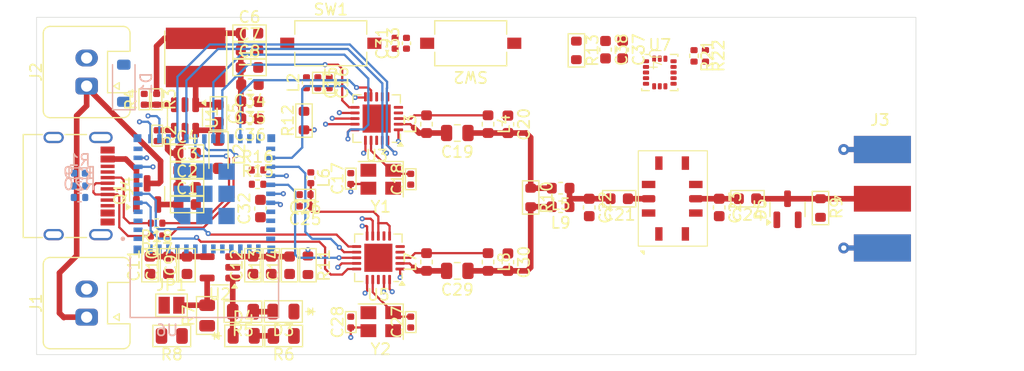
<source format=kicad_pcb>
(kicad_pcb (version 20240108) (generator "pcbnew") (generator_version "8.0")
  (layers (0 "F.Cu" signal) (1 "In1.Cu" signal) (2 "In2.Cu" signal) (31 "B.Cu" signal) (34 "B.Paste" user) (35 "F.Paste" user) (36 "B.SilkS" user "B.Silkscreen") (37 "F.SilkS" user "F.Silkscreen") (38 "B.Mask" user) (39 "F.Mask" user) (44 "Edge.Cuts" user))
  (net 0 "")
  (net 1 "GND")
  (net 2 "Net-(D1A-K)")
  (net 3 "Net-(U1-CB)")
  (net 4 "Net-(D2-K)")
  (net 5 "+3.3V")
  (net 6 "V_BATT")
  (net 7 "Net-(C15-Pad1)")
  (net 8 "Net-(U3-XOUT)")
  (net 9 "Net-(U3-XIN)")
  (net 10 "Net-(U3-RXp)")
  (net 11 "Net-(C19-Pad1)")
  (net 12 "Net-(C21-Pad2)")
  (net 13 "Net-(U4-IN)")
  (net 14 "Net-(U4-OUT)")
  (net 15 "Net-(J3-In)")
  (net 16 "Net-(C25-Pad1)")
  (net 17 "Net-(U5-XIN)")
  (net 18 "Net-(U5-XOUT)")
  (net 19 "Net-(C29-Pad1)")
  (net 20 "Net-(U5-RXp)")
  (net 21 "Net-(C31-Pad1)")
  (net 22 "Net-(U6-EN)")
  (net 23 "Net-(U6-IO9)")
  (net 24 "Net-(D3-A)")
  (net 25 "Net-(D4-K)")
  (net 26 "Net-(D4-A)")
  (net 27 "D+")
  (net 28 "Net-(J4-CC1)")
  (net 30 "Net-(J4-CC2)")
  (net 31 "D-")
  (net 33 "Net-(JP1-B)")
  (net 34 "Net-(JP1-A)")
  (net 35 "Net-(U3-RXn)")
  (net 36 "Net-(U5-RXn)")
  (net 37 "Net-(U1-~{SHDN})")
  (net 38 "Net-(U1-FB)")
  (net 39 "/MCU/mdm.SDN2")
  (net 40 "/MCU/mdm.SDN1")
  (net 41 "/MCU/mdm.MISO")
  (net 42 "Net-(U6-IO13)")
  (net 43 "Net-(U6-IO12)")
  (net 44 "Net-(U7-SA0{slash}SDO)")
  (net 45 "Net-(U7-~{CS})")
  (net 46 "/MCU/mdm.SCLK")
  (net 49 "/MCU/mdm.CTS1")
  (net 50 "/MCU/mdm.IRQ1")
  (net 51 "/MCU/mdm.MOSI")
  (net 52 "/MCU/mdm.RXDATA1")
  (net 53 "/MCU/mdm.GP1")
  (net 55 "/MCU/mdm.NSS1")
  (net 56 "/MCU/mdm.RXCLK1")
  (net 57 "/MCU/mdm.IRQ2")
  (net 59 "/MCU/mdm.NSS2")
  (net 60 "/MCU/mdm.RXCLK2")
  (net 61 "/MCU/mdm.CTS2")
  (net 64 "/MCU/mdm.GP2")
  (net 65 "/MCU/mdm.RXDATA2")
  (net 67 "V_USB")
  (net 69 "SCL")
  (net 72 "SDA")
  (footprint "Resistor_SMD:R_0402_1005Metric" (layer "F.Cu") (at 179.503 86.718 -90)
    (property "Reference" "R21")
    (property "Value" "5K1")
  )
  (footprint "CTS_Resistor_SMD:R_0805_2012Metric" (layer "F.Cu") (at 133.0475 111.633 180)
    (property "Reference" "R8")
    (property "Value" "2K")
  )
  (footprint "Package_TO_SOT_SMD:SOT-23" (layer "F.Cu") (at 130.855 99.0035 90)
    (property "Reference" "Q1")
    (property "Value" "IRLML6401")
  )
  (footprint "Resistor_SMD:R_0402_1005Metric" (layer "F.Cu") (at 140.68 96.87)
    (property "Reference" "R16")
    (property "Value" "5K1")
  )
  (footprint "Jumper:SolderJumper-2_P1.3mm_Open_Pad1.0x1.5mm" (layer "F.Cu") (at 133.024 108.9005)
    (property "Reference" "JP1")
    (property "Value" "SolderJumper_2_Open")
  )
  (footprint "CTS_Capacitor_SMD:C_0402_1005Metric" (layer "F.Cu") (at 131.744 93.817 -90)
    (property "Reference" "R2")
    (property "Value" "100K")
  )
  (footprint "CTS_Resistor_SMD:R_0805_2012Metric" (layer "F.Cu") (at 136.1945 109.813 90)
    (property "Reference" "R7")
    (property "Value" "2K")
  )
  (footprint "Package_DFN_QFN:QFN-20-1EP_4x4mm_P0.5mm_EP2.5x2.5mm" (layer "F.Cu") (at 151.423 104.679 180)
    (property "Reference" "U5")
    (property "Value" "Si4362")
  )
  (footprint "Capacitor_SMD:C_0603_1608Metric" (layer "F.Cu") (at 162.947 92.807 -90)
    (property "Reference" "C20")
    (property "Value" "10pF/0603")
  )
  (footprint "CTS_Capacitor_SMD:C_0603_1608Metric" (layer "F.Cu") (at 137.205 91.837 -90)
    (property "Reference" "C5")
    (property "Value" "104/10V")
  )
  (footprint "Connector_Stocko:Stocko_MKS_1652-6-0-202_1x2_P2.50mm_Vertical" (layer "F.Cu") (at 125.476 89.408 90)
    (property "Reference" "J2")
    (property "Value" "CN2")
  )
  (footprint "CTS_Capacitor_SMD:C_0603_1608Metric" (layer "F.Cu") (at 132.755 105.344 90)
    (property "Reference" "C10")
    (property "Value" "1uF/10V")
  )
  (footprint "CTS_Capacitor_SMD:C_0402_1005Metric" (layer "F.Cu") (at 154.302 110.398 90)
    (property "Reference" "C27")
    (property "Value" "10pF/0402")
  )
  (footprint "Inductor_SMD:L_0603_1608Metric" (layer "F.Cu") (at 167.64 98.489 180)
    (property "Reference" "L5")
    (property "Value" "62nH")
  )
  (footprint "CTS_Capacitor_SMD:C_0603_1608Metric" (layer "F.Cu") (at 134.411 96.893)
    (property "Reference" "C3")
    (property "Value" "1uF/10V")
  )
  (footprint "CTS_LED_SMD:LED_0805_2012Metric" (layer "F.Cu") (at 139.446 111.623)
    (property "Reference" "D4")
    (property "Value" "LED")
  )
  (footprint "CTS_Capacitor_SMD:C_0402_1005Metric" (layer "F.Cu") (at 148.968 97.6365 90)
    (property "Reference" "C17")
    (property "Value" "10pF/0402")
  )
  (footprint "Crystal:Crystal_SMD_SeikoEpson_TSX3225-4Pin_3.2x2.5mm" (layer "F.Cu") (at 151.638 97.691 180)
    (property "Reference" "Y1")
    (property "Value" "30MHz")
  )
  (footprint "Inductor_SMD:L_0603_1608Metric" (layer "F.Cu") (at 155.708 105.0545 90)
    (property "Reference" "L7")
    (property "Value" "270nH")
  )
  (footprint "Capacitor_SMD:C_0603_1608Metric" (layer "F.Cu") (at 171.629 86.168 -90)
    (property "Reference" "C38")
    (property "Value" "10uF/10V")
  )
  (footprint "CTS_Capacitor_SMD:C_0603_1608Metric" (layer "F.Cu") (at 141.895666 105.344 90)
    (property "Reference" "C13")
    (property "Value" "1uF/10V")
  )
  (footprint "CTS_Resistor_SMD:R_0603_1608Metric" (layer "F.Cu") (at 169.037 86.233 -90)
    (property "Reference" "R13")
    (property "Value" "100K")
  )
  (footprint "CTS_Capacitor_SMD:C_0603_1608Metric" (layer "F.Cu") (at 134.411 95.369)
    (property "Reference" "C4")
    (property "Value" "104/10V")
  )
  (footprint "Capacitor_SMD:C_0402_1005Metric" (layer "F.Cu") (at 145.415 97.564 -90)
    (property "Reference" "L6")
    (property "Value" "59uH 1A")
  )
  (footprint "Inductor_SMD:L_0603_1608Metric" (layer "F.Cu") (at 161.180666 105.0545 -90)
    (property "Reference" "L8")
    (property "Value" "160nH")
  )
  (footprint "Package_TO_SOT_SMD:SOT-23-6" (layer "F.Cu") (at 134.223 92.1995 -90)
    (property "Reference" "U1")
    (property "Value" "LMR14206")
  )
  (footprint "CTS_Capacitor_SMD:C_0603_1608Metric" (layer "F.Cu") (at 143.528332 105.344 90)
    (property "Reference" "C14")
    (property "Value" "10uF/6V")
  )
  (footprint "CTS_Resistor_SMD:R_0603_1608Metric" (layer "F.Cu") (at 164.973 99.314 -90)
    (property "Reference" "R10")
    (property "Value" "100")
  )
  (footprint "CTS_Resistor_SMD:R_0603_1608Metric" (layer "F.Cu") (at 190.7504 100.253 -90)
    (property "Reference" "R9")
    (property "Value" "100")
  )
  (footprint "Connector_USB:USB_C_Receptacle_G-Switch_GT-USB-7010ASV" (layer "F.Cu") (at 123.617 98.298 -90)
    (property "Reference" "J4")
    (property "Value" "USB_C_Receptacle_USB2.0_16P")
  )
  (footprint "CTS_Capacitor_SMD:C_0603_1608Metric" (layer "F.Cu") (at 134.411 99.941)
    (property "Reference" "C1")
    (property "Value" "1uF/10V")
  )
  (footprint "CTS_Capacitor_SMD:C_0603_1608Metric" (layer "F.Cu") (at 131.109 105.344 90)
    (property "Reference" "C11")
    (property "Value" "104/10V")
  )
  (footprint "Capacitor_SMD:C_0402_1005Metric" (layer "F.Cu") (at 145.03 89.11 90)
    (property "Reference" "L2")
    (property "Value" "59uH 1A")
  )
  (footprint "CTS_Capacitor_SMD:C_0603_1608Metric" (layer "F.Cu") (at 134.411 98.417)
    (property "Reference" "C2")
    (property "Value" "1uF/10V")
  )
  (footprint "Capacitor_SMD:C_0402_1005Metric" (layer "F.Cu") (at 153.924 85.598 90)
    (property "Reference" "C33")
    (property "Value" "104/10V")
  )
  (footprint "Capacitor_SMD:C_0603_1608Metric" (layer "F.Cu") (at 139.999 89.273 180)
    (property "Reference" "C34")
    (property "Value" "104/10V")
  )
  (footprint "Capacitor_SMD:C_0805_2012Metric" (layer "F.Cu") (at 158.444333 93.582 180)
    (property "Reference" "C19")
    (property "Value" "5.6pF")
  )
  (footprint "SI_RF_FILTER:TA0395A" (layer "F.Cu") (at 174.4952 95.1404 -90)
    (property "Reference" "U4")
    (property "Value" "TA0395A")
  )
  (footprint "Capacitor_SMD:C_0603_1608Metric" (layer "F.Cu") (at 173.153 86.168 -90)
    (property "Reference" "C37")
    (property "Value" "10uF/10V")
  )
  (footprint "Package_TO_SOT_SMD:SOT-23" (layer "F.Cu") (at 187.8179 100.3655 90)
    (property "Reference" "D5")
    (property "Value" "BAV99")
  )
  (footprint "CTS_Resistor_SMD:R_0603_1608Metric" (layer "F.Cu") (at 144.81 92.475 90)
    (property "Reference" "R12")
    (property "Value" "100K")
  )
  (footprint "Capacitor_SMD:C_0603_1608Metric" (layer "F.Cu") (at 140.934 100.299 90)
    (property "Reference" "C32")
    (property "Value" "1uF/10V")
  )
  (footprint "Capacitor_SMD:C_0603_1608Metric" (layer "F.Cu") (at 139.999 92.321 180)
    (property "Reference" "C36")
    (property "Value" "10uF/10V")
  )
  (footprint "Inductor_SMD:L_0603_1608Metric" (layer "F.Cu") (at 155.708 92.7945 90)
    (property "Reference" "L3")
    (property "Value" "270nH")
  )
  (footprint "Resistor_SMD:R_0402_1005Metric" (layer "F.Cu") (at 131.699 102.743 180)
    (property "Reference" "R17")
    (property "Value" "100")
  )
  (footprint "CTS_Resistor_SMD:R_0805_2012Metric" (layer "F.Cu") (at 139.382 109.474 180)
    (property "Reference" "R5")
    (property "Value" "10K")
  )
  (footprint "Resistor_SMD:R_0402_1005Metric" (layer "F.Cu") (at 131.699 101.6 180)
    (property "Reference" "R18")
    (property "Value" "100")
  )
  (footprint "Resistor_SMD:R_0402_1005Metric" (layer "F.Cu") (at 180.519 86.718 -90)
    (property "Reference" "R22")
    (property "Value" "5K1")
  )
  (footprint "CTS_Capacitor_SMD:C_0402_1005Metric" (layer "F.Cu") (at 131.699 90.582 -90)
    (property "Reference" "R3")
    (property "Value" "64K9")
  )
  (footprint "Diode_SMD:D_SOD-323_HandSoldering" (layer "F.Cu") (at 137.205 95.476 -90)
    (property "Reference" "D2")
    (property "Value" "1N5819WS")
  )
  (footprint "Package_DFN_QFN:QFN-20-1EP_4x4mm_P0.5mm_EP2.5x2.5mm" (layer "F.Cu") (at 151.273 92.2965 180)
    (property "Reference" "U3")
    (property "Value" "Si4362")
  )
  (footprint "CTS_Capacitor_SMD:C_0402_1005Metric" (layer "F.Cu") (at 146.04 89.11 -90)
    (property "Reference" "C15")
    (property "Value" "100nF")
  )
  (footprint "Inductor_SMD:L_0603_1608Metric" (layer "F.Cu") (at 167.64 100.139 180)
    (property "Reference" "L9")
    (property "Value" "62nH")
  )
  (footprint "CTS_Capacitor_SMD:C_0402_1005Metric" (layer "F.Cu") (at 144.907 100.076 180)
    (property "Reference" "C25")
    (property "Value" "100nF")
  )
  (footprint "CTS_Capacitor_SMD:C_0402_1005Metric" (layer "F.Cu") (at 147.056 89.11 -90)
    (property "Reference" "C16")
    (property "Value" "100nF")
  )
  (footprint "Capacitor_SMD:C_0402_1005Metric" (layer "F.Cu") (at 152.908 85.598 90)
    (property "Reference" "C31")
    (property "Value" "104/10V")
  )
  (footprint "CTS_Capacitor_SMD:C_0603_1608Metric" (layer "F.Cu") (at 140.263 105.344 90)
    (property "Reference" "C12")
    (property "Value" "104/10V")
  )
  (footprint "CTS_Inductor_SMD:Inductor_4.7x4.7mm_H3.0mm" (layer "F.Cu") (at 135.173 86.86 -90)
    (property "Reference" "L1")
    (property "Value" "6.8uH 2A")
  )
  (footprint "Inductor_SMD:L_0603_1608Metric" (layer "F.Cu") (at 161.180666 92.7945 -90)
    (property "Reference" "L4")
    (property "Value" "160nH")
  )
  (footprint "CTS_Resistor_SMD:R_0805_2012Metric" (layer "F.Cu") (at 143.002 111.633 180)
    (property "Reference" "R6")
    (property "Value" "10K")
  )
  (footprint "CTS_Resistor_SMD:R_0603_1608Metric" (layer "F.Cu") (at 145.161 105.344 -90)
    (property "Reference" "R11")
    (property "Value" "100K")
  )
  (footprint "Button_Switch_SMD:SW_Tactile_SPST_NO_Straight_CK_PTS636Sx25SMTRLFS" (layer "F.Cu") (at 147.193 85.598)
    (property "Reference" "SW1")
    (property "Value" "SW_Push")
  )
  (footprint "CTS_LED_SMD:LED_0805_2012Metric" (layer "F.Cu") (at 142.9785 109.464 180)
    (property "Reference" "D3")
    (property "Value" "LED")
  )
  (footprint "Capacitor_SMD:C_0603_1608Metric" (layer "F.Cu") (at 139.999 90.797 180)
    (property "Reference" "C35")
    (property "Value" "1uF/10V")
  )
  (footprint "Connector_Stocko:Stocko_MKS_1652-6-0-202_1x2_P2.50mm_Vertical" (layer "F.Cu") (at 125.476 109.962 90)
    (property "Reference" "J1")
    (property "Value" "CN1")
  )
  (footprint "CTS_Capacitor_SMD:C_0603_1608Metric" (layer "F.Cu") (at 139.964 84.701)
    (property "Reference" "C6")
    (property "Value" "1uF/10V")
  )
  (footprint "Capacitor_SMD:C_0603_1608Metric" (layer "F.Cu") (at 181.7404 100.203 -90)
    (property "Reference" "C23")
    (property "Value" "10pF/0603")
  )
  (footprint "Crystal:Crystal_SMD_SeikoEpson_TSX3225-4Pin_3.2x2.5mm" (layer "F.Cu") (at 151.638 110.363 180)
    (property "Reference" "Y2")
    (property "Value" "30MHz")
  )
  (footprint "Button_Switch_SMD:SW_Tactile_SPST_NO_Straight_CK_PTS636Sx25SMTRLFS" (layer "F.Cu") (at 159.639 85.598 180)
    (property "Reference" "SW2")
    (property "Value" "SW_Push")
  )
  (footprint "CTS_Capacitor_SMD:C_0402_1005Metric" (layer "F.Cu") (at 130.601 90.582 90)
    (property "Reference" "R4")
    (property "Value" "19K6")
  )
  (footprint "Connector_Coaxial:SMA_Molex_73251-1153_EdgeMount_Horizontal" (layer "F.Cu") (at 194.539 99.428 180)
    (property "Reference" "J3")
    (property "Value" "Conn_Coaxial")
  )
  (footprint "CTS_Capacitor_SMD:C_0402_1005Metric" (layer "F.Cu") (at 148.968 110.398 90)
    (property "Reference" "C28")
    (property "Value" "10pF/0402")
  )
  (footprint "CTS_Capacitor_SMD:C_0402_1005Metric" (layer "F.Cu") (at 144.907 99.06 180)
    (property "Reference" "C26")
    (property "Value" "100nF")
  )
  (footprint "Capacitor_SMD:C_0603_1608Metric" (layer "F.Cu") (at 170.18 100.203 -90)
    (property "Reference" "C22")
    (property "Value" "10pF/0603")
  )
  (footprint "Package_LGA:LGA-16_3x3mm_P0.5mm_LayoutBorder3x5y" (layer "F.Cu") (at 176.455 88.2)
    (property "Reference" "U7")
    (property "Value" "LIS331HH")
  )
  (footprint "CTS_Capacitor_SMD:C_0603_1608Metric" (layer "F.Cu") (at 184.2604 99.428 180)
    (property "Reference" "C24")
    (property "Value" "3.3pF/50V")
  )
  (footprint "CTS_Capacitor_SMD:C_0603_1608Metric" (layer "F.Cu") (at 134.401 105.344 90)
    (property "Reference" "C9")
    (property "Value" "10uF/6V")
  )
  (footprint "Capacitor_SMD:C_0603_1608Metric" (layer "F.Cu") (at 162.947 105.067 -90)
    (property "Reference" "C30")
    (property "Value" "10pF/0603")
  )
  (footprint "CTS_Capacitor_SMD:C_0603_1608Metric" (layer "F.Cu") (at 172.847 99.428 180)
    (property "Reference" "C21")
    (property "Value" "3.3pF/50V")
  )
  (footprint "Resistor_SMD:R_0402_1005Metric" (layer "F.Cu") (at 140.68 98.14)
    (property "Reference" "R15")
    (property "Value" "1K")
  )
  (footprint "Package_TO_SOT_SMD:SOT-23-5" (layer "F.Cu") (at 137.332 105.529 180)
    (property "Reference" "U2")
    (property "Value" "MCP73811T-420I-OT")
  )
  (footprint "CTS_Capacitor_SMD:C_0603_1608Metric" (layer "F.Cu") (at 139.964 87.749)
    (property "Reference" "C8")
    (property "Value" "104/10V")
  )
  (footprint "CTS_Capacitor_SMD:C_0402_1005Metric" (layer "F.Cu") (at 154.302 97.691 90)
    (property "Reference" "C18")
    (property "Value" "10pF/0402")
  )
  (footprint "CTS_Capacitor_SMD:C_0603_1608Metric" (layer "F.Cu") (at 139.964 86.225)
    (property "Reference" "C7")
    (property "Value" "1uF/10V")
  )
  (footprint "Capacitor_SMD:C_0805_2012Metric" (layer "F.Cu") (at 158.444333 105.842 180)
    (property "Reference" "C29")
    (property "Value" "5.6pF")
  )
  (footprint "Resistor_SMD:R_0402_1005Metric" (layer "B.Cu") (at 124.841 99.314 180)
    (property "Reference" "R20")
    (property "Value" "5K1")
  )
  (footprint "SL_ESP:XCVR_ESP32-C6-MINI-1-H4" (layer "B.Cu") (at 135.947 98.99)
    (property "Reference" "U6")
    (property "Value" "ESP32-C6-MINI-1-H4")
  )
  (footprint "CTS_Capacitor_SMD:C_0402_1005Metric" (layer "B.Cu") (at 124.841 97.155 180)
    (property "Reference" "R1")
    (property "Value" "200K")
  )
  (footprint "Diode_SMD:D_SOD-123" (layer "B.Cu") (at 128.778 89.153 90)
    (property "Reference" "D1")
    (property "Value" "10V 2A")
  )
  (footprint "Resistor_SMD:R_0402_1005Metric" (layer "B.Cu") (at 124.841 98.298 180)
    (property "Reference" "R19")
    (property "Value" "5K1")
  )
  (gr_rect (start 121.02 83.29) (end 199.242 113.29) (stroke (width 0.05)) (fill none) (layer "Edge.Cuts"))
  (segment (start 133 95.369) (end 133.636 95.369) (width 0.5) (layer "F.Cu") (net 2))
  (segment (start 133.636 94.837) (end 134.223 94.25) (width 0.5) (layer "F.Cu") (net 2))
  (segment (start 132.68 95.049) (end 133 95.369) (width 0.5) (layer "F.Cu") (net 2))
  (segment (start 134.223 94.25) (end 134.223 93.337) (width 0.5) (layer "F.Cu") (net 2))
  (segment (start 133.636 95.369) (end 133.636 94.837) (width 0.5) (layer "F.Cu") (net 2))
  (segment (start 131.805 99.941) (end 133.636 99.941) (width 0.5) (layer "F.Cu") (net 2))
  (segment (start 133.636 99.941) (end 133.636 95.369) (width 0.5) (layer "F.Cu") (net 2))
  (segment (start 132.68 94.55) (end 132.68 95.049) (width 0.5) (layer "F.Cu") (net 2))
  (segment (start 131.744 94.297) (end 132.427 94.297) (width 0.5) (layer "F.Cu") (net 2))
  (segment (start 132.427 94.297) (end 132.68 94.55) (width 0.5) (layer "F.Cu") (net 2))
  (segment (start 135.173 91.062) (end 135.173 88.56) (width 0.5) (layer "F.Cu") (net 3))
  (segment (start 137.205 91.062) (end 135.173 91.062) (width 0.5) (layer "F.Cu") (net 3))
  (segment (start 135.173 93.337) (end 137.197 93.337) (width 0.5) (layer "F.Cu") (net 4))
  (segment (start 137.197 93.337) (end 137.205 93.345) (width 0.5) (layer "F.Cu") (net 4))
  (segment (start 137.205 93.345) (end 137.205 94.226) (width 0.5) (layer "F.Cu") (net 4))
  (segment (start 137.205 92.612) (end 137.205 93.345) (width 0.5) (layer "F.Cu") (net 4))
  (segment (start 139.189 84.701) (end 135.632 84.701) (width 0.5) (layer "F.Cu") (net 5))
  (segment (start 131.699 90.102) (end 131.699 85.852) (width 0.5) (layer "F.Cu") (net 5))
  (segment (start 131.699 85.852) (end 132.391 85.16) (width 0.5) (layer "F.Cu") (net 5))
  (segment (start 132.391 85.16) (end 135.173 85.16) (width 0.5) (layer "F.Cu") (net 5))
  (segment (start 135.632 84.701) (end 135.173 85.16) (width 0.5) (layer "F.Cu") (net 5))
  (segment (start 139.189 92.286) (end 139.224 92.321) (width 0.5) (layer "F.Cu") (net 5))
  (segment (start 139.189 84.701) (end 139.189 92.286) (width 0.5) (layer "F.Cu") (net 5))
  (segment (start 123.478 109.962) (end 125.476 109.962) (width 0.5) (layer "F.Cu") (net 6))
  (segment (start 124.59 92.04) (end 124.59 104.49) (width 0.5) (layer "F.Cu") (net 6))
  (segment (start 123.45 109.99) (end 123.478 109.962) (width 0.5) (layer "F.Cu") (net 6))
  (segment (start 125.476 91.154) (end 124.59 92.04) (width 0.5) (layer "F.Cu") (net 6))
  (segment (start 125.476 89.408) (end 125.476 91.154) (width 0.5) (layer "F.Cu") (net 6))
  (segment (start 132.05 97.91) (end 132.05 96.075405) (width 0.5) (layer "F.Cu") (net 6))
  (segment (start 143.545 104.579) (end 143.555 104.569) (width 0.5) (layer "F.Cu") (net 6))
  (segment (start 131.894 98.066) (end 132.05 97.91) (width 0.5) (layer "F.Cu") (net 6))
  (segment (start 130.855 98.066) (end 131.894 98.066) (width 0.5) (layer "F.Cu") (net 6))
  (segment (start 138.4695 104.579) (end 143.545 104.579) (width 0.5) (layer "F.Cu") (net 6))
  (segment (start 132.05 96.075405) (end 125.476 89.501405) (width 0.5) (layer "F.Cu") (net 6))
  (segment (start 123.06 109.6) (end 123.45 109.99) (width 0.5) (layer "F.Cu") (net 6))
  (segment (start 125.476 89.501405) (end 125.476 89.408) (width 0.5) (layer "F.Cu") (net 6))
  (segment (start 123.06 106.02) (end 123.06 109.6) (width 0.5) (layer "F.Cu") (net 6))
  (segment (start 124.59 104.49) (end 123.06 106.02) (width 0.5) (layer "F.Cu") (net 6))
  (segment (start 148.968 98.803) (end 148.971 98.806) (width 0.2) (layer "F.Cu") (net 8))
  (segment (start 148.968 98.1165) (end 148.968 98.803) (width 0.2) (layer "F.Cu") (net 8))
  (segment (start 150.1635 98.1165) (end 150.538 98.491) (width 0.2) (layer "F.Cu") (net 8))
  (segment (start 150.273 94.234) (end 150.273 95.218) (width 0.2) (layer "F.Cu") (net 8))
  (segment (start 148.968 98.1165) (end 150.1635 98.1165) (width 0.2) (layer "F.Cu") (net 8))
  (segment (start 150.273 95.218) (end 150.114 95.377) (width 0.2) (layer "F.Cu") (net 8))
  (via (at 150.114 95.377) (size 0.45) (drill 0.2) (layers "F.Cu" "B.Cu") (net 8))
  (via (at 148.971 98.806) (size 0.45) (drill 0.2) (layers "F.Cu" "B.Cu") (net 8))
  (segment (start 154.302 97.211) (end 153.058 97.211) (width 0.2) (layer "F.Cu") (net 9))
  (segment (start 150.773 94.234) (end 150.773 95.147) (width 0.2) (layer "F.Cu") (net 9))
  (segment (start 153.058 97.211) (end 152.738 96.891) (width 0.2) (layer "F.Cu") (net 9))
  (segment (start 152.517 96.891) (end 152.738 96.891) (width 0.2) (layer "F.Cu") (net 9))
  (segment (start 150.773 95.147) (end 152.517 96.891) (width 0.2) (layer "F.Cu") (net 9))
  (segment (start 154.2645 92.7965) (end 154.559 93.091) (width 0.2) (layer "F.Cu") (net 10))
  (segment (start 155.708 93.582) (end 155.05 93.582) (width 0.5) (layer "F.Cu") (net 10))
  (segment (start 157.494333 93.582) (end 155.708 93.582) (width 0.5) (layer "F.Cu") (net 10))
  (segment (start 155.05 93.582) (end 154.559 93.091) (width 0.5) (layer "F.Cu") (net 10))
  (segment (start 153.2105 92.7965) (end 154.2645 92.7965) (width 0.2) (layer "F.Cu") (net 10))
  (segment (start 164.973 93.98) (end 164.575 93.582) (width 0.5) (layer "F.Cu") (net 11))
  (segment (start 164.575 93.582) (end 162.947 93.582) (width 0.5) (layer "F.Cu") (net 11))
  (segment (start 159.394333 93.582) (end 162.947 93.582) (width 0.5) (layer "F.Cu") (net 11))
  (segment (start 164.973 98.489) (end 164.973 93.98) (width 0.5) (layer "F.Cu") (net 11))
  (segment (start 164.973 98.489) (end 166.8525 98.489) (width 0.5) (layer "F.Cu") (net 11))
  (segment (start 168.4275 98.489) (end 168.4275 99.441) (width 0.5) (layer "F.Cu") (net 12))
  (segment (start 168.4405 99.428) (end 168.4275 99.441) (width 0.5) (layer "F.Cu") (net 12))
  (segment (start 170.18 99.428) (end 168.4405 99.428) (width 0.5) (layer "F.Cu") (net 12))
  (segment (start 172.072 99.428) (end 170.18 99.428) (width 0.5) (layer "F.Cu") (net 12))
  (segment (start 168.4275 99.441) (end 168.4275 100.139) (width 0.5) (layer "F.Cu") (net 12))
  (segment (start 175.4604 99.428) (end 173.622 99.428) (width 0.5) (layer "F.Cu") (net 13))
  (segment (start 183.4854 99.428) (end 179.6604 99.428) (width 0.5) (layer "F.Cu") (net 14))
  (segment (start 196.259 99.428) (end 185.0354 99.428) (width 0.5) (layer "F.Cu") (net 15))
  (segment (start 145.415 100.048) (end 145.387 100.076) (width 0.2) (layer "F.Cu") (net 16))
  (segment (start 151.423 101.6) (end 151.423 101.004) (width 0.2) (layer "F.Cu") (net 16))
  (segment (start 151.423 101.004) (end 151.003 100.584) (width 0.2) (layer "F.Cu") (net 16))
  (segment (start 145.415 98.044) (end 145.415 100.048) (width 0.2) (layer "F.Cu") (net 16))
  (segment (start 151.423 101.6) (end 151.423 102.7415) (width 0.2) (layer "F.Cu") (net 16))
  (segment (start 145.514 100.584) (end 145.387 100.457) (width 0.2) (layer "F.Cu") (net 16))
  (segment (start 152.423 101.854) (end 152.423 102.7415) (width 0.2) (layer "F.Cu") (net 16))
  (segment (start 152.169 101.6) (end 152.423 101.854) (width 0.2) (layer "F.Cu") (net 16))
  (segment (start 151.003 100.584) (end 145.514 100.584) (width 0.2) (layer "F.Cu") (net 16))
  (segment (start 151.423 101.6) (end 152.169 101.6) (width 0.2) (layer "F.Cu") (net 16))
  (segment (start 145.387 100.457) (end 145.387 100.076) (width 0.2) (layer "F.Cu") (net 16))
  (segment (start 150.923 107.743) (end 150.923 106.6165) (width 0.2) (layer "F.Cu") (net 17))
  (segment (start 152.738 109.558) (end 150.923 107.743) (width 0.2) (layer "F.Cu") (net 17))
  (segment (start 154.302 109.918) (end 153.093 109.918) (width 0.2) (layer "F.Cu") (net 17))
  (segment (start 153.093 109.918) (end 152.738 109.563) (width 0.2) (layer "F.Cu") (net 17))
  (segment (start 152.738 109.563) (end 152.738 109.558) (width 0.2) (layer "F.Cu") (net 17))
  (segment (start 148.971 111.633) (end 148.971 111.76) (width 0.2) (layer "F.Cu") (net 18))
  (segment (start 148.968 111.757) (end 148.971 111.76) (width 0.2) (layer "F.Cu") (net 18))
  (segment (start 150.423 107.641) (end 150.241 107.823) (width 0.2) (layer "F.Cu") (net 18))
  (segment (start 150.253 110.878) (end 150.538 111.163) (width 0.2) (layer "F.Cu") (net 18))
  (segment (start 148.968 110.878) (end 148.968 111.757) (width 0.2) (layer "F.Cu") (net 18))
  (segment (start 150.423 106.6165) (end 150.423 107.641) (width 0.2) (layer "F.Cu") (net 18))
  (segment (start 148.968 110.878) (end 150.253 110.878) (width 0.2) (layer "F.Cu") (net 18))
  (via (at 150.241 107.823) (size 0.45) (drill 0.2) (layers "F.Cu" "B.Cu") (net 18))
  (via (at 148.971 111.76) (size 0.45) (drill 0.2) (layers "F.Cu" "B.Cu") (net 18))
  (segment (start 164.973 100.139) (end 164.973 105.537) (width 0.5) (layer "F.Cu") (net 19))
  (segment (start 164.973 105.537) (end 164.668 105.842) (width 0.5) (layer "F.Cu") (net 19))
  (segment (start 164.668 105.842) (end 162.947 105.842) (width 0.5) (layer "F.Cu") (net 19))
  (segment (start 164.973 100.139) (end 166.8525 100.139) (width 0.5) (layer "F.Cu") (net 19))
  (segment (start 162.947 105.842) (end 159.394333 105.842) (width 0.5) (layer "F.Cu") (net 19))
  (segment (start 154.864 105.842) (end 154.559 105.537) (width 0.5) (layer "F.Cu") (net 20))
  (segment (start 153.3605 105.179) (end 154.201 105.179) (width 0.2) (layer "F.Cu") (net 20))
  (segment (start 154.201 105.179) (end 154.559 105.537) (width 0.2) (layer "F.Cu") (net 20))
  (segment (start 157.494333 105.842) (end 155.708 105.842) (width 0.5) (layer "F.Cu") (net 20))
  (segment (start 155.708 105.842) (end 154.864 105.842) (width 0.5) (layer "F.Cu") (net 20))
  (segment (start 142.031 109.474) (end 142.041 109.464) (width 0.5) (layer "F.Cu") (net 24))
  (segment (start 140.2945 109.474) (end 142.031 109.474) (width 0.5) (layer "F.Cu") (net 24))
  (segment (start 138.4695 111.584) (end 138.5085 111.623) (width 0.5) (layer "F.Cu") (net 25))
  (segment (start 138.4695 106.479) (end 138.4695 111.584) (width 0.5) (layer "F.Cu") (net 25))
  (segment (start 142.0795 111.623) (end 142.0895 111.633) (width 0.5) (layer "F.Cu") (net 26))
  (segment (start 140.3835 111.623) (end 142.0795 111.623) (width 0.5) (layer "F.Cu") (net 26))
  (segment (start 128.38 101.97) (end 128.38 99.216) (width 0.2) (layer "F.Cu") (net 27))
  (segment (start 128.212 99.048) (end 127.342 99.048) (width 0.2) (layer "F.Cu") (net 27))
  (segment (start 126.08 98.27) (end 126.08 98.87) (width 0.2) (layer "F.Cu") (net 27))
  (segment (start 129.153 102.743) (end 128.38 101.97) (width 0.2) (layer "F.Cu") (net 27))
  (segment (start 126.302 98.048) (end 126.08 98.27) (width 0.2) (layer "F.Cu") (net 27))
  (segment (start 128.38 99.216) (end 128.212 99.048) (width 0.2) (layer "F.Cu") (net 27))
  (segment (start 126.08 98.87) (end 126.258 99.048) (width 0.2) (layer "F.Cu") (net 27))
  (segment (start 131.189 102.743) (end 129.153 102.743) (width 0.2) (layer "F.Cu") (net 27))
  (segment (start 127.342 98.048) (end 126.302 98.048) (width 0.2) (layer "F.Cu") (net 27))
  (segment (start 126.258 99.048) (end 127.342 99.048) (width 0.2) (layer "F.Cu") (net 27))
  (segment (start 128.78 97.78) (end 128.78 99.03) (width 0.2) (layer "F.Cu") (net 31))
  (segment (start 128.78 101.094) (end 128.78 99.03) (width 0.2) (layer "F.Cu") (net 31))
  (segment (start 127.342 97.548) (end 128.548 97.548) (width 0.2) (layer "F.Cu") (net 31))
  (segment (start 128.78 98.548) (end 128.78 99.03) (width 0.2) (layer "F.Cu") (net 31))
  (segment (start 127.342 98.548) (end 128.78 98.548) (width 0.2) (layer "F.Cu") (net 31))
  (segment (start 128.548 97.548) (end 128.78 97.78) (width 0.2) (layer "F.Cu") (net 31))
  (segment (start 131.189 101.6) (end 129.286 101.6) (width 0.2) (layer "F.Cu") (net 31))
  (segment (start 129.286 101.6) (end 128.78 101.094) (width 0.2) (layer "F.Cu") (net 31))
  (segment (start 133.674 108.9005) (end 136.1945 108.9005) (width 0.5) (layer "F.Cu") (net 33))
  (segment (start 136.1945 106.479) (end 136.1945 108.9005) (width 0.5) (layer "F.Cu") (net 33))
  (segment (start 154.627 92.007) (end 161.180666 92.007) (width 0.2) (layer "F.Cu") (net 35))
  (segment (start 153.2105 92.2965) (end 154.3375 92.2965) (width 0.2) (layer "F.Cu") (net 35))
  (segment (start 154.3375 92.2965) (end 154.627 92.007) (width 0.2) (layer "F.Cu") (net 35))
  (segment (start 153.3605 104.679) (end 154.274 104.679) (width 0.2) (layer "F.Cu") (net 36))
  (segment (start 154.686 104.267) (end 161.180666 104.267) (width 0.2) (layer "F.Cu") (net 36))
  (segment (start 154.274 104.679) (end 154.686 104.267) (width 0.2) (layer "F.Cu") (net 36))
  (segment (start 133.273 93.337) (end 131.744 93.337) (width 0.5) (layer "F.Cu") (net 37))
  (segment (start 130.601 91.062) (end 133.273 91.062) (width 0.5) (layer "F.Cu") (net 38))
  (segment (start 153.3605 106.426) (end 153.3605 105.679) (width 0.2) (layer "F.Cu") (net 39))
  (segment (start 145.161 103.964039) (end 145.161 104.519) (width 0.2) (layer "F.Cu") (net 39))
  (via (at 153.3605 106.426) (size 0.45) (drill 0.2) (layers "F.Cu" "B.Cu") (net 39))
  (via (at 145.161 103.964039) (size 0.45) (drill 0.2) (layers "F.Cu" "B.Cu") (net 39))
  (via (at 142.712 99.949) (size 0.45) (drill 0.2) (layers "F.Cu" "B.Cu") (net 39))
  (segment (start 142.553 99.79) (end 141.847 99.79) (width 0.2) (layer "B.Cu") (net 39))
  (segment (start 142.712 99.949) (end 142.553 99.79) (width 0.2) (layer "B.Cu") (net 39))
  (segment (start 153.2105 93.2965) (end 153.2105 94.3125) (width 0.2) (layer "F.Cu") (net 40))
  (segment (start 144.81 93.3) (end 145.72 93.3) (width 0.2) (layer "F.Cu") (net 40))
  (segment (start 153.162 94.361) (end 153.2105 94.3125) (width 0.2) (layer "F.Cu") (net 40))
  (via (at 153.2105 94.3125) (size 0.45) (drill 0.2) (layers "F.Cu" "B.Cu") (net 40))
  (via (at 145.72 93.3) (size 0.45) (drill 0.2) (layers "F.Cu" "B.Cu") (net 40))
  (via (at 142.97 98.98) (size 0.45) (drill 0.2) (layers "F.Cu" "B.Cu") (net 40))
  (segment (start 142.96 98.99) (end 142.97 98.98) (width 0.2) (layer "B.Cu") (net 40))
  (segment (start 141.847 98.99) (end 142.96 98.99) (width 0.2) (layer "B.Cu") (net 40))
  (segment (start 147.32 92.2715) (end 147.345 92.2965) (width 0.2) (layer "F.Cu") (net 41))
  (segment (start 149.4855 104.679) (end 147.924 104.679) (width 0.2) (layer "F.Cu") (net 41))
  (segment (start 147.345 92.2965) (end 149.3355 92.2965) (width 0.2) (layer "F.Cu") (net 41))
  (via (at 147.924 104.679) (size 0.45) (drill 0.2) (layers "F.Cu" "B.Cu") (net 41))
  (via (at 147.32 92.2715) (size 0.45) (drill 0.2) (layers "F.Cu" "B.Cu") (net 41))
  (segment (start 143.402 98.19) (end 144.018 98.806) (width 0.2) (layer "B.Cu") (net 41))
  (segment (start 144.018 98.806) (end 144.018 104.394) (width 0.2) (layer "B.Cu") (net 41))
  (segment (start 144.303 104.679) (end 147.924 104.679) (width 0.2) (layer "B.Cu") (net 41))
  (segment (start 141.847 98.19) (end 143.402 98.19) (width 0.2) (layer "B.Cu") (net 41))
  (segment (start 144.018 104.394) (end 144.303 104.679) (width 0.2) (layer "B.Cu") (net 41))
  (segment (start 132.887 102.743) (end 132.209 102.743) (width 0.2) (layer "F.Cu") (net 42))
  (segment (start 138.54 95.805) (end 138.54 99.325686) (width 0.2) (layer "F.Cu") (net 42))
  (segment (start 138.54 99.325686) (end 135.865686 102) (width 0.2) (layer "F.Cu") (net 42))
  (segment (start 135.865686 102) (end 133.63 102) (width 0.2) (layer "F.Cu") (net 42))
  (segment (start 138.76 95.585) (end 138.54 95.805) (width 0.2) (layer "F.Cu") (net 42))
  (segment (start 133.63 102) (end 132.887 102.743) (width 0.2) (layer "F.Cu") (net 42))
  (via (at 138.76 95.585) (size 0.45) (drill 0.2) (layers "F.Cu" "B.Cu") (net 42))
  (segment (start 138.76 95.585) (end 138.275 95.1) (width 0.2) (layer "B.Cu") (net 42))
  (segment (start 138.275 95.1) (end 136.21 95.1) (width 0.2) (layer "B.Cu") (net 42))
  (segment (start 136.21 95.1) (end 135.947 94.837) (width 0.2) (layer "B.Cu") (net 42))
  (segment (start 135.947 94.837) (end 135.947 94.09) (width 0.2) (layer "B.Cu") (net 42))
  (segment (start 137.89 95.63) (end 138.14 95.88) (width 0.2) (layer "F.Cu") (net 43))
  (segment (start 135.7 101.6) (end 132.209 101.6) (width 0.2) (layer "F.Cu") (net 43))
  (segment (start 138.14 99.16) (end 135.7 101.6) (width 0.2) (layer "F.Cu") (net 43))
  (segment (start 138.14 95.88) (end 138.14 99.16) (width 0.2) (layer "F.Cu") (net 43))
  (via (at 137.89 95.63) (size 0.45) (drill 0.2) (layers "F.Cu" "B.Cu") (net 43))
  (segment (start 135.147 95.287) (end 135.147 94.09) (width 0.2) (layer "B.Cu") (net 43))
  (segment (start 135.49 95.63) (end 135.147 95.287) (width 0.2) (layer "B.Cu") (net 43))
  (segment (start 137.89 95.63) (end 135.49 95.63) (width 0.2) (layer "B.Cu") (net 43))
  (segment (start 148.375 104.179) (end 147.955 103.759) (width 0.2) (layer "F.Cu") (net 46))
  (segment (start 147.955 91.7715) (end 147.98 91.7965) (width 0.2) (layer "F.Cu") (net 46))
  (segment (start 147.98 91.7965) (end 149.3355 91.7965) (width 0.2) (layer "F.Cu") (net 46))
  (segment (start 149.4855 104.179) (end 148.375 104.179) (width 0.2) (layer "F.Cu") (net 46))
  (via (at 147.955 91.7715) (size 0.45) (drill 0.2) (layers "F.Cu" "B.Cu") (net 46))
  (via (at 147.955 103.759) (size 0.45) (drill 0.2) (layers "F.Cu" "B.Cu") (net 46))
  (segment (start 144.926 97.174) (end 144.926 102.381) (width 0.2) (layer "B.Cu") (net 46))
  (segment (start 147.193 102.997) (end 147.955 103.759) (width 0.2) (layer "B.Cu") (net 46))
  (segment (start 144.342 96.59) (end 144.926 97.174) (width 0.2) (layer "B.Cu") (net 46))
  (segment (start 145.542 102.997) (end 147.193 102.997) (width 0.2) (layer "B.Cu") (net 46))
  (segment (start 144.926 102.381) (end 145.542 102.997) (width 0.2) (layer "B.Cu") (net 46))
  (segment (start 141.847 96.59) (end 144.342 96.59) (width 0.2) (layer "B.Cu") (net 46))
  (segment (start 149.352 90.424) (end 150.208 90.424) (width 0.2) (layer "F.Cu") (net 49))
  (segment (start 150.208 90.424) (end 150.273 90.359) (width 0.2) (layer "F.Cu") (net 49))
  (via (at 149.352 90.424) (size 0.45) (drill 0.2) (layers "F.Cu" "B.Cu") (net 49))
  (segment (start 144.653 89.662) (end 144.653 94.869) (width 0.2) (layer "B.Cu") (net 49))
  (segment (start 149.352 90.424) (end 148.336 89.408) (width 0.2) (layer "B.Cu") (net 49))
  (segment (start 148.336 89.408) (end 144.907 89.408) (width 0.2) (layer "B.Cu") (net 49))
  (segment (start 144.653 94.869) (end 143.732 95.79) (width 0.2) (layer "B.Cu") (net 49))
  (segment (start 143.732 95.79) (end 141.847 95.79) (width 0.2) (layer "B.Cu") (net 49))
  (segment (start 144.907 89.408) (end 144.653 89.662) (width 0.2) (layer "B.Cu") (net 49))
  (segment (start 148.209 87.884) (end 147.828 87.503) (width 0.2) (layer "F.Cu") (net 50))
  (segment (start 148.209 90.678) (end 148.209 87.884) (width 0.2) (layer "F.Cu") (net 50))
  (segment (start 147.828 87.503) (end 146.685 87.503) (width 0.2) (layer "F.Cu") (net 50))
  (segment (start 148.8275 91.2965) (end 148.209 90.678) (width 0.2) (layer "F.Cu") (net 50))
  (segment (start 149.3355 91.2965) (end 148.8275 91.2965) (width 0.2) (layer "F.Cu") (net 50))
  (via (at 146.685 87.503) (size 0.45) (drill 0.2) (layers "F.Cu" "B.Cu") (net 50))
  (segment (start 138.792 88.538) (end 139.192 88.538) (width 0.2) (layer "B.Cu") (net 50))
  (segment (start 138.6205 88.7095) (end 138.792 88.538) (width 0.2) (layer "B.Cu") (net 50))
  (segment (start 139.827 87.503) (end 139.446 87.884) (width 0.2) (layer "B.Cu") (net 50))
  (segment (start 138.6205 88.7095) (end 139.446 87.884) (width 0.2) (layer "B.Cu") (net 50))
  (segment (start 137.547 94.09) (end 137.547 89.783) (width 0.2) (layer "B.Cu") (net 50))
  (segment (start 146.685 87.503) (end 139.827 87.503) (width 0.2) (layer "B.Cu") (net 50))
  (segment (start 137.547 89.783) (end 137.922 89.408) (width 0.2) (layer "B.Cu") (net 50))
  (segment (start 137.922 89.408) (end 138.6205 88.7095) (width 0.2) (layer "B.Cu") (net 50))
  (segment (start 147.817467 105.529058) (end 148.167525 105.179) (width 0.2) (layer "F.Cu") (net 51))
  (segment (start 146.7255 92.7965) (end 149.3355 92.7965) (width 0.2) (layer "F.Cu") (net 51))
  (segment (start 148.167525 105.179) (end 149.4855 105.179) (width 0.2) (layer "F.Cu") (net 51))
  (via (at 146.7255 92.7965) (size 0.45) (drill 0.2) (layers "F.Cu" "B.Cu") (net 51))
  (via (at 147.817467 105.529058) (size 0.45) (drill 0.2) (layers "F.Cu" "B.Cu") (net 51))
  (via (at 143.237 97.39) (size 0.45) (drill 0.2) (layers "F.Cu" "B.Cu") (net 51))
  (segment (start 143.256 97.409) (end 143.237 97.39) (width 0.2) (layer "B.Cu") (net 51))
  (segment (start 141.847 97.39) (end 143.237 97.39) (width 0.2) (layer "B.Cu") (net 51))
  (segment (start 152.273 94.742) (end 152.908 95.377) (width 0.2) (layer "F.Cu") (net 52))
  (segment (start 152.273 94.234) (end 152.273 94.742) (width 0.2) (layer "F.Cu") (net 52))
  (via (at 152.908 95.377) (size 0.45) (drill 0.2) (layers "F.Cu" "B.Cu") (net 52))
  (segment (start 152.2 89.59) (end 152.2 89.024314) (width 0.2) (layer "B.Cu") (net 52))
  (segment (start 152.908 95.377) (end 152.18 94.649) (width 0.2) (layer "B.Cu") (net 52))
  (segment (start 136.417 85.706) (end 133.547 88.576) (width 0.2) (layer "B.Cu") (net 52))
  (segment (start 152.18 89.61) (end 152.2 89.59) (width 0.2) (layer "B.Cu") (net 52))
  (segment (start 133.547 88.576) (end 133.547 94.09) (width 0.2) (layer "B.Cu") (net 52))
  (segment (start 152.18 94.649) (end 152.18 89.61) (width 0.2) (layer "B.Cu") (net 52))
  (segment (start 152.2 89.024314) (end 148.881686 85.706) (width 0.2) (layer "B.Cu") (net 52))
  (segment (start 148.881686 85.706) (end 136.417 85.706) (width 0.2) (layer "B.Cu") (net 52))
  (segment (start 149.479 89.535) (end 150.519 89.535) (width 0.2) (layer "F.Cu") (net 53))
  (segment (start 150.519 89.535) (end 150.773 89.789) (width 0.2) (layer "F.Cu") (net 53))
  (segment (start 150.773 89.789) (end 150.773 90.359) (width 0.2) (layer "F.Cu") (net 53))
  (via (at 149.479 89.535) (size 0.45) (drill 0.2) (layers "F.Cu" "B.Cu") (net 53))
  (segment (start 139.147 90.088) (end 139.147 94.09) (width 0.2) (layer "B.Cu") (net 53))
  (segment (start 148.827 88.883) (end 140.352 88.883) (width 0.2) (layer "B.Cu") (net 53))
  (segment (start 149.479 89.535) (end 148.827 88.883) (width 0.2) (layer "B.Cu") (net 53))
  (segment (start 140.352 88.883) (end 139.147 90.088) (width 0.2) (layer "B.Cu") (net 53))
  (segment (start 148.717 93.472) (end 148.8925 93.2965) (width 0.2) (layer "F.Cu") (net 55))
  (segment (start 148.717 94.107) (end 148.717 93.472) (width 0.2) (layer "F.Cu") (net 55))
  (segment (start 148.8925 93.2965) (end 149.3355 93.2965) (width 0.2) (layer "F.Cu") (net 55))
  (via (at 148.717 94.107) (size 0.45) (drill 0.2) (layers "F.Cu" "B.Cu") (net 55))
  (segment (start 136.747 89.059) (end 139.192 86.614) (width 0.2) (layer "B.Cu") (net 55))
  (segment (start 148.404 86.614) (end 150.53 88.74) (width 0.2) (layer "B.Cu") (net 55))
  (segment (start 150.12 93.26) (end 148.97 93.26) (width 0.2) (layer "B.Cu") (net 55))
  (segment (start 148.97 93.26) (end 148.717 93.513) (width 0.2) (layer "B.Cu") (net 55))
  (segment (start 148.717 93.513) (end 148.717 94.107) (width 0.2) (layer "B.Cu") (net 55))
  (segment (start 150.53 88.74) (end 150.53 92.85) (width 0.2) (layer "B.Cu") (net 55))
  (segment (start 136.747 94.09) (end 136.747 89.059) (width 0.2) (layer "B.Cu") (net 55))
  (segment (start 139.192 86.614) (end 148.404 86.614) (width 0.2) (layer "B.Cu") (net 55))
  (segment (start 150.53 92.85) (end 150.12 93.26) (width 0.2) (layer "B.Cu") (net 55))
  (segment (start 151.773 94.234) (end 151.773 95.004) (width 0.2) (layer "F.Cu") (net 56))
  (segment (start 151.773 95.004) (end 152.146 95.377) (width 0.2) (layer "F.Cu") (net 56))
  (via (at 152.146 95.377) (size 0.45) (drill 0.2) (layers "F.Cu" "B.Cu") (net 56))
  (segment (start 137.16 86.106) (end 148.716 86.106) (width 0.2) (layer "B.Cu") (net 56))
  (segment (start 134.347 94.09) (end 134.347 88.919) (width 0.2) (layer "B.Cu") (net 56))
  (segment (start 151.78 89.17) (end 151.78 95.011) (width 0.2) (layer "B.Cu") (net 56))
  (segment (start 148.716 86.106) (end 151.78 89.17) (width 0.2) (layer "B.Cu") (net 56))
  (segment (start 151.78 95.011) (end 152.146 95.377) (width 0.2) (layer "B.Cu") (net 56))
  (segment (start 134.347 88.919) (end 137.16 86.106) (width 0.2) (layer "B.Cu") (net 56))
  (segment (start 136.381 102.616) (end 147.701 102.616) (width 0.2) (layer "F.Cu") (net 57))
  (segment (start 147.701 102.616) (end 148.2725 103.1875) (width 0.2) (layer "F.Cu") (net 57))
  (segment (start 149.4855 103.679) (end 148.764 103.679) (width 0.2) (layer "F.Cu") (net 57))
  (segment (start 136.2875 102.5225) (end 136.381 102.616) (width 0.2) (layer "F.Cu") (net 57))
  (segment (start 148.764 103.679) (end 148.2725 103.1875) (width 0.2) (layer "F.Cu") (net 57))
  (segment (start 148.2725 103.1875) (end 148.082 102.997) (width 0.2) (layer "F.Cu") (net 57))
  (via (at 136.2875 102.5225) (size 0.45) (drill 0.2) (layers "F.Cu" "B.Cu") (net 57))
  (segment (start 131.63 101.89) (end 131.63 99.57) (width 0.2) (layer "B.Cu") (net 57))
  (segment (start 131.05 98.99) (end 130.047 98.99) (width 0.2) (layer "B.Cu") (net 57))
  (segment (start 136.2875 102.5225) (end 135.895 102.13) (width 0.2) (layer "B.Cu") (net 57))
  (segment (start 131.87 102.13) (end 131.63 101.89) (width 0.2) (layer "B.Cu") (net 57))
  (segment (start 135.895 102.13) (end 131.87 102.13) (width 0.2) (layer "B.Cu") (net 57))
  (segment (start 131.63 99.57) (end 131.05 98.99) (width 0.2) (layer "B.Cu") (net 57))
  (segment (start 146.177 103.251) (end 135.636 103.251) (width 0.2) (layer "F.Cu") (net 59))
  (segment (start 135.636 103.251) (end 135.255 102.87) (width 0.2) (layer "F.Cu") (net 59))
  (segment (start 149.4855 105.679) (end 148.702 105.679) (width 0.2) (layer "F.Cu") (net 59))
  (segment (start 146.685 103.759) (end 146.177 103.251) (width 0.2) (layer "F.Cu") (net 59))
  (segment (start 146.685 105.664) (end 146.685 103.759) (width 0.2) (layer "F.Cu") (net 59))
  (segment (start 148.209 106.172) (end 147.193 106.172) (width 0.2) (layer "F.Cu") (net 59))
  (segment (start 147.193 106.172) (end 146.685 105.664) (width 0.2) (layer "F.Cu") (net 59))
  (segment (start 148.702 105.679) (end 148.209 106.172) (width 0.2) (layer "F.Cu") (net 59))
  (via (at 135.255 102.87) (size 0.45) (drill 0.2) (layers "F.Cu" "B.Cu") (net 59))
  (segment (start 131.17 102.26) (end 131.88 102.97) (width 0.2) (layer "B.Cu") (net 59))
  (segment (start 130.78 99.79) (end 131.17 100.18) (width 0.2) (layer "B.Cu") (net 59))
  (segment (start 135.155 102.97) (end 135.255 102.87) (width 0.2) (layer "B.Cu") (net 59))
  (segment (start 130.047 99.79) (end 130.78 99.79) (width 0.2) (layer "B.Cu") (net 59))
  (segment (start 131.17 100.18) (end 131.17 102.26) (width 0.2) (layer "B.Cu") (net 59))
  (segment (start 131.88 102.97) (end 135.155 102.97) (width 0.2) (layer "B.Cu") (net 59))
  (segment (start 151.923 106.6165) (end 151.923 107.665) (width 0.2) (layer "F.Cu") (net 60))
  (segment (start 151.923 107.665) (end 151.892 107.696) (width 0.2) (layer "F.Cu") (net 60))
  (via (at 130.81 95.79) (size 0.45) (drill 0.2) (layers "F.Cu" "B.Cu") (net 60))
  (via (at 151.892 107.696) (size 0.45) (drill 0.2) (layers "F.Cu" "B.Cu") (net 60))
  (segment (start 130.81 95.79) (end 130.047 95.79) (width 0.2) (layer "B.Cu") (net 60))
  (segment (start 149.987 101.854) (end 150.368 101.854) (width 0.2) (layer "F.Cu") (net 61))
  (segment (start 150.423 101.909) (end 150.423 102.7415) (width 0.2) (layer "F.Cu") (net 61))
  (segment (start 150.368 101.854) (end 150.423 101.909) (width 0.2) (layer "F.Cu") (net 61))
  (via (at 130.175 92.583) (size 0.45) (drill 0.2) (layers "F.Cu" "B.Cu") (net 61))
  (via (at 149.987 101.854) (size 0.45) (drill 0.2) (layers "F.Cu" "B.Cu") (net 61))
  (segment (start 131.147 94.09) (end 131.147 92.793) (width 0.2) (layer "B.Cu") (net 61))
  (segment (start 131.147 92.793) (end 130.937 92.583) (width 0.2) (layer "B.Cu") (net 61))
  (segment (start 130.937 92.583) (end 130.175 92.583) (width 0.2) (layer "B.Cu") (net 61))
  (segment (start 149.987 101.203997) (end 150.733997 101.203997) (width 0.2) (layer "F.Cu") (net 64))
  (segment (start 150.923 101.393) (end 150.923 102.7415) (width 0.2) (layer "F.Cu") (net 64))
  (segment (start 150.733997 101.203997) (end 150.923 101.393) (width 0.2) (layer "F.Cu") (net 64))
  (via (at 149.987 101.203997) (size 0.45) (drill 0.2) (layers "F.Cu" "B.Cu") (net 64))
  (via (at 130.937 92.058) (size 0.45) (drill 0.2) (layers "F.Cu" "B.Cu") (net 64))
  (segment (start 131.947 92.335) (end 131.953 92.329) (width 0.2) (layer "B.Cu") (net 64))
  (segment (start 131.953 92.329) (end 131.699 92.075) (width 0.2) (layer "B.Cu") (net 64))
  (segment (start 131.947 94.09) (end 131.947 92.335) (width 0.2) (layer "B.Cu") (net 64))
  (segment (start 131.699 92.075) (end 130.937 92.075) (width 0.2) (layer "B.Cu") (net 64))
  (segment (start 130.937 92.075) (end 130.937 92.058) (width 0.2) (layer "B.Cu") (net 64))
  (segment (start 152.423 107.465) (end 152.654 107.696) (width 0.2) (layer "F.Cu") (net 65))
  (segment (start 152.423 106.6165) (end 152.423 107.465) (width 0.2) (layer "F.Cu") (net 65))
  (via (at 131.375 96.59) (size 0.45) (drill 0.2) (layers "F.Cu" "B.Cu") (net 65))
  (via (at 152.654 107.696) (size 0.45) (drill 0.2) (layers "F.Cu" "B.Cu") (net 65))
  (segment (start 131.375 96.59) (end 130.047 96.59) (width 0.2) (layer "B.Cu") (net 65))
  (segment (start 131.109 104.569) (end 136.1845 104.569) (width 0.5) (layer "F.Cu") (net 67))
  (segment (start 136.1845 104.569) (end 136.1945 104.579) (width 0.5) (layer "F.Cu") (net 67))
  (segment (start 128.948 95.898) (end 129.905 96.855) (width 0.5) (layer "F.Cu") (net 67))
  (segment (start 127.342 95.898) (end 128.948 95.898) (width 0.5) (layer "F.Cu") (net 67))
  (segment (start 129.905 96.855) (end 129.905 99.941) (width 0.5) (layer "F.Cu") (net 67))
)
</source>
